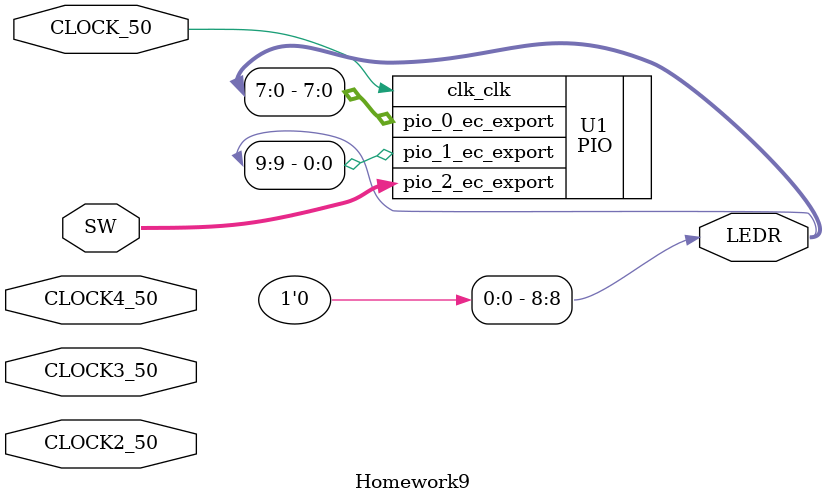
<source format=v>


module Homework9(

	//////////// CLOCK //////////
	input 		          		CLOCK2_50,
	input 		          		CLOCK3_50,
	input 		          		CLOCK4_50,
	input 		          		CLOCK_50,

	//////////// SW //////////
	input 		     [9:0]		SW,

	//////////// LED //////////
	output		     [9:0]		LEDR
);

assign LEDR[8] = 1'b0;

//=======================================================
//  REG/WIRE declarations
//=======================================================
PIO U1 (.clk_clk(CLOCK_50),.pio_0_ec_export(LEDR[7:0]),.pio_1_ec_export(LEDR[9]),.pio_2_ec_export(SW));


//=======================================================
//  Structural coding
//=======================================================



endmodule

</source>
